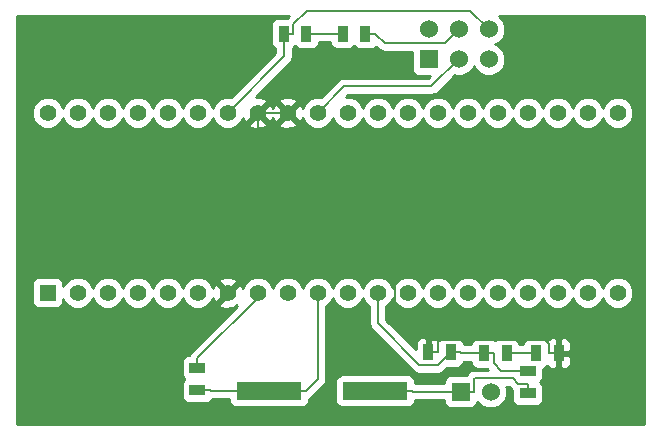
<source format=gtl>
G04 (created by PCBNEW-RS274X (2012-01-18 BZR 3371)-testing) date Fri 30 Mar 2012 10:13:31 PM EDT*
G01*
G70*
G90*
%MOIN*%
G04 Gerber Fmt 3.4, Leading zero omitted, Abs format*
%FSLAX34Y34*%
G04 APERTURE LIST*
%ADD10C,0.006000*%
%ADD11R,0.035000X0.055000*%
%ADD12R,0.055000X0.035000*%
%ADD13R,0.060000X0.060000*%
%ADD14C,0.060000*%
%ADD15R,0.216500X0.059100*%
%ADD16R,0.055000X0.055000*%
%ADD17C,0.055000*%
%ADD18C,0.008000*%
%ADD19C,0.010000*%
G04 APERTURE END LIST*
G54D10*
G54D11*
X39255Y-35460D03*
X40005Y-35460D03*
G54D12*
X42560Y-36815D03*
X42560Y-36065D03*
X31550Y-36715D03*
X31550Y-35965D03*
G54D11*
X35189Y-24832D03*
X34439Y-24832D03*
X41859Y-35486D03*
X41109Y-35486D03*
X37158Y-24832D03*
X36408Y-24832D03*
X43592Y-35486D03*
X42842Y-35486D03*
G54D13*
X39260Y-25690D03*
G54D14*
X39260Y-24690D03*
X40260Y-25690D03*
X40260Y-24690D03*
X41260Y-25690D03*
X41260Y-24690D03*
G54D13*
X40327Y-36772D03*
G54D14*
X41327Y-36772D03*
G54D15*
X33938Y-36740D03*
X37482Y-36740D03*
G54D16*
X26563Y-33472D03*
G54D17*
X27563Y-33472D03*
X28563Y-33472D03*
X29563Y-33472D03*
X30563Y-33472D03*
X31563Y-33472D03*
X32563Y-33472D03*
X33563Y-33472D03*
X34563Y-33472D03*
X35563Y-33472D03*
X36563Y-33472D03*
X37563Y-33472D03*
X38563Y-33472D03*
X39563Y-33472D03*
X40563Y-33472D03*
X41563Y-33472D03*
X42563Y-33472D03*
X43563Y-33472D03*
X44563Y-33472D03*
X45563Y-33472D03*
X45563Y-27472D03*
X44563Y-27472D03*
X43563Y-27472D03*
X42563Y-27472D03*
X41563Y-27472D03*
X40563Y-27472D03*
X39563Y-27472D03*
X38563Y-27472D03*
X37563Y-27472D03*
X36563Y-27472D03*
X35563Y-27472D03*
X34563Y-27472D03*
X33563Y-27472D03*
X32563Y-27472D03*
X31563Y-27472D03*
X30563Y-27472D03*
X29563Y-27472D03*
X28563Y-27472D03*
X27563Y-27472D03*
X26563Y-27472D03*
G54D18*
X40327Y-36772D02*
X40770Y-36772D01*
X37482Y-36740D02*
X38708Y-36740D01*
X40770Y-36772D02*
X40770Y-36351D01*
X40770Y-36351D02*
X40792Y-36329D01*
X40792Y-36329D02*
X42074Y-36329D01*
X42074Y-36329D02*
X42242Y-36497D01*
X42242Y-36497D02*
X42560Y-36497D01*
X40327Y-36772D02*
X38740Y-36772D01*
X38740Y-36772D02*
X38708Y-36740D01*
X42560Y-36815D02*
X42560Y-36497D01*
X31993Y-36740D02*
X31968Y-36715D01*
X33938Y-36740D02*
X31993Y-36740D01*
X31550Y-36715D02*
X31968Y-36715D01*
X35563Y-36341D02*
X35164Y-36740D01*
X35563Y-33472D02*
X35563Y-36341D01*
X33938Y-36740D02*
X35164Y-36740D01*
X37158Y-24832D02*
X37476Y-24832D01*
X37794Y-25150D02*
X37476Y-24832D01*
X39800Y-25150D02*
X37794Y-25150D01*
X40260Y-24690D02*
X39800Y-25150D01*
X39357Y-26593D02*
X40260Y-25690D01*
X36442Y-26593D02*
X39357Y-26593D01*
X35563Y-27472D02*
X36442Y-26593D01*
X34757Y-24832D02*
X34757Y-24514D01*
X35192Y-24079D02*
X40649Y-24079D01*
X34757Y-24514D02*
X35192Y-24079D01*
X34439Y-25596D02*
X34439Y-24832D01*
X40649Y-24079D02*
X41260Y-24690D01*
X32563Y-27472D02*
X34439Y-25596D01*
X41109Y-35486D02*
X40349Y-35486D01*
X34439Y-24832D02*
X34757Y-24832D01*
X39586Y-35879D02*
X38951Y-35879D01*
X38951Y-35879D02*
X37563Y-34491D01*
X37563Y-34491D02*
X37563Y-33472D01*
X31550Y-35965D02*
X31550Y-35647D01*
X33563Y-33472D02*
X33563Y-33634D01*
X33563Y-33634D02*
X31550Y-35647D01*
X41109Y-35486D02*
X41427Y-35486D01*
X41427Y-35486D02*
X41427Y-35804D01*
X41427Y-35804D02*
X41688Y-36065D01*
X41688Y-36065D02*
X42560Y-36065D01*
X40349Y-35486D02*
X40323Y-35460D01*
X40005Y-35460D02*
X40323Y-35460D01*
X40005Y-35460D02*
X39586Y-35879D01*
X42842Y-35486D02*
X41859Y-35486D01*
X36408Y-24832D02*
X35189Y-24832D01*
X39573Y-35040D02*
X39573Y-35460D01*
X38129Y-33869D02*
X39300Y-35040D01*
X39300Y-35040D02*
X39573Y-35040D01*
X33563Y-32472D02*
X32563Y-33472D01*
X38129Y-33077D02*
X38129Y-33869D01*
X37524Y-32472D02*
X38129Y-33077D01*
X33563Y-32472D02*
X37524Y-32472D01*
X33563Y-27472D02*
X33563Y-32472D01*
X43274Y-35486D02*
X43274Y-35168D01*
X43274Y-35168D02*
X43146Y-35040D01*
X43146Y-35040D02*
X39573Y-35040D01*
X33563Y-27472D02*
X34563Y-27472D01*
X39255Y-35460D02*
X39573Y-35460D01*
X43592Y-35486D02*
X43274Y-35486D01*
G54D10*
G36*
X39331Y-24690D02*
X39260Y-24761D01*
X39189Y-24690D01*
X39260Y-24619D01*
X39331Y-24690D01*
X39331Y-24690D01*
G37*
G54D19*
X39331Y-24690D02*
X39260Y-24761D01*
X39189Y-24690D01*
X39260Y-24619D01*
X39331Y-24690D01*
G54D10*
G36*
X46450Y-37850D02*
X46088Y-37850D01*
X46088Y-33577D01*
X46088Y-33368D01*
X46008Y-33175D01*
X45861Y-33027D01*
X45668Y-32947D01*
X45459Y-32947D01*
X45266Y-33027D01*
X45118Y-33174D01*
X45062Y-33307D01*
X45008Y-33175D01*
X44861Y-33027D01*
X44668Y-32947D01*
X44459Y-32947D01*
X44266Y-33027D01*
X44118Y-33174D01*
X44062Y-33307D01*
X44008Y-33175D01*
X43861Y-33027D01*
X43668Y-32947D01*
X43459Y-32947D01*
X43266Y-33027D01*
X43118Y-33174D01*
X43062Y-33307D01*
X43008Y-33175D01*
X42861Y-33027D01*
X42668Y-32947D01*
X42459Y-32947D01*
X42266Y-33027D01*
X42118Y-33174D01*
X42062Y-33307D01*
X42008Y-33175D01*
X41861Y-33027D01*
X41668Y-32947D01*
X41459Y-32947D01*
X41266Y-33027D01*
X41118Y-33174D01*
X41062Y-33307D01*
X41008Y-33175D01*
X40861Y-33027D01*
X40668Y-32947D01*
X40459Y-32947D01*
X40266Y-33027D01*
X40118Y-33174D01*
X40062Y-33307D01*
X40008Y-33175D01*
X39861Y-33027D01*
X39668Y-32947D01*
X39459Y-32947D01*
X39266Y-33027D01*
X39118Y-33174D01*
X39062Y-33307D01*
X39008Y-33175D01*
X38861Y-33027D01*
X38668Y-32947D01*
X38459Y-32947D01*
X38266Y-33027D01*
X38118Y-33174D01*
X38062Y-33307D01*
X38008Y-33175D01*
X37861Y-33027D01*
X37668Y-32947D01*
X37459Y-32947D01*
X37266Y-33027D01*
X37118Y-33174D01*
X37062Y-33307D01*
X37008Y-33175D01*
X36861Y-33027D01*
X36668Y-32947D01*
X36459Y-32947D01*
X36266Y-33027D01*
X36118Y-33174D01*
X36062Y-33307D01*
X36008Y-33175D01*
X35861Y-33027D01*
X35668Y-32947D01*
X35459Y-32947D01*
X35266Y-33027D01*
X35118Y-33174D01*
X35062Y-33307D01*
X35008Y-33175D01*
X34861Y-33027D01*
X34860Y-33026D01*
X34860Y-27840D01*
X34563Y-27543D01*
X34492Y-27614D01*
X34492Y-27472D01*
X34195Y-27175D01*
X34103Y-27200D01*
X34065Y-27303D01*
X34023Y-27200D01*
X33931Y-27175D01*
X33634Y-27472D01*
X33931Y-27769D01*
X34023Y-27744D01*
X34060Y-27640D01*
X34103Y-27744D01*
X34195Y-27769D01*
X34492Y-27472D01*
X34492Y-27614D01*
X34266Y-27840D01*
X34291Y-27932D01*
X34487Y-28002D01*
X34695Y-27990D01*
X34835Y-27932D01*
X34860Y-27840D01*
X34860Y-33026D01*
X34668Y-32947D01*
X34459Y-32947D01*
X34266Y-33027D01*
X34118Y-33174D01*
X34062Y-33307D01*
X34008Y-33175D01*
X33861Y-33027D01*
X33860Y-33026D01*
X33860Y-27840D01*
X33563Y-27543D01*
X33266Y-27840D01*
X33291Y-27932D01*
X33487Y-28002D01*
X33695Y-27990D01*
X33835Y-27932D01*
X33860Y-27840D01*
X33860Y-33026D01*
X33668Y-32947D01*
X33459Y-32947D01*
X33266Y-33027D01*
X33118Y-33174D01*
X33065Y-33301D01*
X33023Y-33200D01*
X32931Y-33175D01*
X32860Y-33246D01*
X32860Y-33104D01*
X32835Y-33012D01*
X32639Y-32942D01*
X32431Y-32954D01*
X32291Y-33012D01*
X32266Y-33104D01*
X32563Y-33401D01*
X32860Y-33104D01*
X32860Y-33246D01*
X32669Y-33437D01*
X32634Y-33472D01*
X32563Y-33543D01*
X32528Y-33578D01*
X32492Y-33614D01*
X32492Y-33472D01*
X32195Y-33175D01*
X32103Y-33200D01*
X32063Y-33309D01*
X32008Y-33175D01*
X31861Y-33027D01*
X31668Y-32947D01*
X31459Y-32947D01*
X31266Y-33027D01*
X31118Y-33174D01*
X31062Y-33307D01*
X31008Y-33175D01*
X30861Y-33027D01*
X30668Y-32947D01*
X30459Y-32947D01*
X30266Y-33027D01*
X30118Y-33174D01*
X30062Y-33307D01*
X30008Y-33175D01*
X29861Y-33027D01*
X29668Y-32947D01*
X29459Y-32947D01*
X29266Y-33027D01*
X29118Y-33174D01*
X29062Y-33307D01*
X29008Y-33175D01*
X28861Y-33027D01*
X28668Y-32947D01*
X28459Y-32947D01*
X28266Y-33027D01*
X28118Y-33174D01*
X28062Y-33307D01*
X28008Y-33175D01*
X27861Y-33027D01*
X27668Y-32947D01*
X27459Y-32947D01*
X27266Y-33027D01*
X27118Y-33174D01*
X27087Y-33248D01*
X27087Y-33148D01*
X27049Y-33056D01*
X26979Y-32986D01*
X26888Y-32948D01*
X26789Y-32948D01*
X26239Y-32948D01*
X26147Y-32986D01*
X26077Y-33056D01*
X26039Y-33147D01*
X26039Y-33246D01*
X26039Y-33796D01*
X26077Y-33888D01*
X26147Y-33958D01*
X26238Y-33996D01*
X26337Y-33996D01*
X26887Y-33996D01*
X26979Y-33958D01*
X27049Y-33888D01*
X27087Y-33797D01*
X27087Y-33698D01*
X27087Y-33694D01*
X27118Y-33769D01*
X27265Y-33917D01*
X27458Y-33997D01*
X27667Y-33997D01*
X27860Y-33917D01*
X28008Y-33770D01*
X28063Y-33636D01*
X28118Y-33769D01*
X28265Y-33917D01*
X28458Y-33997D01*
X28667Y-33997D01*
X28860Y-33917D01*
X29008Y-33770D01*
X29063Y-33636D01*
X29118Y-33769D01*
X29265Y-33917D01*
X29458Y-33997D01*
X29667Y-33997D01*
X29860Y-33917D01*
X30008Y-33770D01*
X30063Y-33636D01*
X30118Y-33769D01*
X30265Y-33917D01*
X30458Y-33997D01*
X30667Y-33997D01*
X30860Y-33917D01*
X31008Y-33770D01*
X31063Y-33636D01*
X31118Y-33769D01*
X31265Y-33917D01*
X31458Y-33997D01*
X31667Y-33997D01*
X31860Y-33917D01*
X32008Y-33770D01*
X32060Y-33642D01*
X32103Y-33744D01*
X32195Y-33769D01*
X32492Y-33472D01*
X32492Y-33614D01*
X32266Y-33840D01*
X32291Y-33932D01*
X32487Y-34002D01*
X32695Y-33990D01*
X32835Y-33932D01*
X32845Y-33895D01*
X32860Y-33910D01*
X32868Y-33918D01*
X32860Y-33926D01*
X31345Y-35442D01*
X31282Y-35536D01*
X31281Y-35541D01*
X31226Y-35541D01*
X31134Y-35579D01*
X31064Y-35649D01*
X31026Y-35740D01*
X31026Y-35839D01*
X31026Y-36189D01*
X31064Y-36281D01*
X31123Y-36340D01*
X31064Y-36399D01*
X31026Y-36490D01*
X31026Y-36589D01*
X31026Y-36939D01*
X31064Y-37031D01*
X31134Y-37101D01*
X31225Y-37139D01*
X31324Y-37139D01*
X31874Y-37139D01*
X31966Y-37101D01*
X32036Y-37031D01*
X32036Y-37030D01*
X32607Y-37030D01*
X32607Y-37084D01*
X32645Y-37176D01*
X32715Y-37246D01*
X32806Y-37284D01*
X32905Y-37284D01*
X35069Y-37284D01*
X35161Y-37246D01*
X35231Y-37176D01*
X35269Y-37085D01*
X35269Y-37009D01*
X35275Y-37008D01*
X35369Y-36945D01*
X35768Y-36546D01*
X35831Y-36452D01*
X35853Y-36341D01*
X35853Y-33919D01*
X35860Y-33917D01*
X36008Y-33770D01*
X36063Y-33636D01*
X36118Y-33769D01*
X36265Y-33917D01*
X36458Y-33997D01*
X36667Y-33997D01*
X36860Y-33917D01*
X37008Y-33770D01*
X37063Y-33636D01*
X37118Y-33769D01*
X37265Y-33917D01*
X37273Y-33920D01*
X37273Y-34491D01*
X37295Y-34602D01*
X37358Y-34696D01*
X38745Y-36083D01*
X38746Y-36084D01*
X38839Y-36146D01*
X38840Y-36147D01*
X38950Y-36168D01*
X38951Y-36169D01*
X39586Y-36169D01*
X39697Y-36147D01*
X39791Y-36084D01*
X39891Y-35984D01*
X40229Y-35984D01*
X40321Y-35946D01*
X40391Y-35876D01*
X40429Y-35785D01*
X40429Y-35776D01*
X40685Y-35776D01*
X40685Y-35810D01*
X40723Y-35902D01*
X40793Y-35972D01*
X40884Y-36010D01*
X40983Y-36010D01*
X41223Y-36010D01*
X41252Y-36039D01*
X40792Y-36039D01*
X40681Y-36061D01*
X40587Y-36124D01*
X40565Y-36146D01*
X40513Y-36223D01*
X39978Y-36223D01*
X39886Y-36261D01*
X39816Y-36331D01*
X39778Y-36422D01*
X39778Y-36482D01*
X38833Y-36482D01*
X38819Y-36472D01*
X38813Y-36470D01*
X38813Y-36396D01*
X38775Y-36304D01*
X38705Y-36234D01*
X38614Y-36196D01*
X38515Y-36196D01*
X36351Y-36196D01*
X36259Y-36234D01*
X36189Y-36304D01*
X36151Y-36395D01*
X36151Y-36494D01*
X36151Y-37084D01*
X36189Y-37176D01*
X36259Y-37246D01*
X36350Y-37284D01*
X36449Y-37284D01*
X38613Y-37284D01*
X38705Y-37246D01*
X38775Y-37176D01*
X38813Y-37085D01*
X38813Y-37062D01*
X39778Y-37062D01*
X39778Y-37121D01*
X39816Y-37213D01*
X39886Y-37283D01*
X39977Y-37321D01*
X40076Y-37321D01*
X40676Y-37321D01*
X40768Y-37283D01*
X40838Y-37213D01*
X40876Y-37122D01*
X40876Y-37097D01*
X41016Y-37237D01*
X41218Y-37321D01*
X41436Y-37321D01*
X41638Y-37237D01*
X41792Y-37083D01*
X41876Y-36881D01*
X41876Y-36663D01*
X41857Y-36619D01*
X41954Y-36619D01*
X42036Y-36701D01*
X42036Y-37039D01*
X42074Y-37131D01*
X42144Y-37201D01*
X42235Y-37239D01*
X42334Y-37239D01*
X42884Y-37239D01*
X42976Y-37201D01*
X43046Y-37131D01*
X43084Y-37040D01*
X43084Y-36941D01*
X43084Y-36591D01*
X43046Y-36499D01*
X42987Y-36440D01*
X43046Y-36381D01*
X43084Y-36290D01*
X43084Y-36191D01*
X43084Y-36002D01*
X43158Y-35972D01*
X43217Y-35913D01*
X43276Y-35972D01*
X43368Y-36010D01*
X43480Y-36011D01*
X43542Y-35949D01*
X43542Y-35586D01*
X43542Y-35536D01*
X43542Y-35436D01*
X43542Y-35386D01*
X43542Y-35023D01*
X43480Y-34961D01*
X43368Y-34962D01*
X43276Y-35000D01*
X43217Y-35059D01*
X43158Y-35000D01*
X43067Y-34962D01*
X42968Y-34962D01*
X42618Y-34962D01*
X42526Y-35000D01*
X42456Y-35070D01*
X42418Y-35161D01*
X42418Y-35196D01*
X42283Y-35196D01*
X42283Y-35162D01*
X42245Y-35070D01*
X42175Y-35000D01*
X42084Y-34962D01*
X41985Y-34962D01*
X41635Y-34962D01*
X41543Y-35000D01*
X41484Y-35059D01*
X41425Y-35000D01*
X41334Y-34962D01*
X41235Y-34962D01*
X40885Y-34962D01*
X40793Y-35000D01*
X40723Y-35070D01*
X40685Y-35161D01*
X40685Y-35196D01*
X40439Y-35196D01*
X40434Y-35192D01*
X40429Y-35191D01*
X40429Y-35136D01*
X40391Y-35044D01*
X40321Y-34974D01*
X40230Y-34936D01*
X40131Y-34936D01*
X39781Y-34936D01*
X39689Y-34974D01*
X39630Y-35033D01*
X39571Y-34974D01*
X39479Y-34936D01*
X39367Y-34935D01*
X39305Y-34997D01*
X39305Y-35360D01*
X39305Y-35410D01*
X39305Y-35510D01*
X39205Y-35510D01*
X39205Y-35410D01*
X39205Y-35360D01*
X39205Y-34997D01*
X39143Y-34935D01*
X39031Y-34936D01*
X38939Y-34974D01*
X38869Y-35044D01*
X38831Y-35135D01*
X38831Y-35234D01*
X38830Y-35348D01*
X37853Y-34371D01*
X37853Y-33919D01*
X37860Y-33917D01*
X38008Y-33770D01*
X38063Y-33636D01*
X38118Y-33769D01*
X38265Y-33917D01*
X38458Y-33997D01*
X38667Y-33997D01*
X38860Y-33917D01*
X39008Y-33770D01*
X39063Y-33636D01*
X39118Y-33769D01*
X39265Y-33917D01*
X39458Y-33997D01*
X39667Y-33997D01*
X39860Y-33917D01*
X40008Y-33770D01*
X40063Y-33636D01*
X40118Y-33769D01*
X40265Y-33917D01*
X40458Y-33997D01*
X40667Y-33997D01*
X40860Y-33917D01*
X41008Y-33770D01*
X41063Y-33636D01*
X41118Y-33769D01*
X41265Y-33917D01*
X41458Y-33997D01*
X41667Y-33997D01*
X41860Y-33917D01*
X42008Y-33770D01*
X42063Y-33636D01*
X42118Y-33769D01*
X42265Y-33917D01*
X42458Y-33997D01*
X42667Y-33997D01*
X42860Y-33917D01*
X43008Y-33770D01*
X43063Y-33636D01*
X43118Y-33769D01*
X43265Y-33917D01*
X43458Y-33997D01*
X43667Y-33997D01*
X43860Y-33917D01*
X44008Y-33770D01*
X44063Y-33636D01*
X44118Y-33769D01*
X44265Y-33917D01*
X44458Y-33997D01*
X44667Y-33997D01*
X44860Y-33917D01*
X45008Y-33770D01*
X45063Y-33636D01*
X45118Y-33769D01*
X45265Y-33917D01*
X45458Y-33997D01*
X45667Y-33997D01*
X45860Y-33917D01*
X46008Y-33770D01*
X46088Y-33577D01*
X46088Y-37850D01*
X44017Y-37850D01*
X44017Y-35598D01*
X44017Y-35374D01*
X44016Y-35260D01*
X44016Y-35161D01*
X43978Y-35070D01*
X43908Y-35000D01*
X43816Y-34962D01*
X43704Y-34961D01*
X43642Y-35023D01*
X43642Y-35436D01*
X43955Y-35436D01*
X44017Y-35374D01*
X44017Y-35598D01*
X43955Y-35536D01*
X43642Y-35536D01*
X43642Y-35949D01*
X43704Y-36011D01*
X43816Y-36010D01*
X43908Y-35972D01*
X43978Y-35902D01*
X44016Y-35811D01*
X44016Y-35712D01*
X44017Y-35598D01*
X44017Y-37850D01*
X25550Y-37850D01*
X25550Y-24250D01*
X34611Y-24250D01*
X34553Y-24308D01*
X34215Y-24308D01*
X34123Y-24346D01*
X34053Y-24416D01*
X34015Y-24507D01*
X34015Y-24606D01*
X34015Y-25156D01*
X34053Y-25248D01*
X34123Y-25318D01*
X34149Y-25328D01*
X34149Y-25476D01*
X32675Y-26949D01*
X32668Y-26947D01*
X32459Y-26947D01*
X32266Y-27027D01*
X32118Y-27174D01*
X32062Y-27307D01*
X32008Y-27175D01*
X31861Y-27027D01*
X31668Y-26947D01*
X31459Y-26947D01*
X31266Y-27027D01*
X31118Y-27174D01*
X31062Y-27307D01*
X31008Y-27175D01*
X30861Y-27027D01*
X30668Y-26947D01*
X30459Y-26947D01*
X30266Y-27027D01*
X30118Y-27174D01*
X30062Y-27307D01*
X30008Y-27175D01*
X29861Y-27027D01*
X29668Y-26947D01*
X29459Y-26947D01*
X29266Y-27027D01*
X29118Y-27174D01*
X29062Y-27307D01*
X29008Y-27175D01*
X28861Y-27027D01*
X28668Y-26947D01*
X28459Y-26947D01*
X28266Y-27027D01*
X28118Y-27174D01*
X28062Y-27307D01*
X28008Y-27175D01*
X27861Y-27027D01*
X27668Y-26947D01*
X27459Y-26947D01*
X27266Y-27027D01*
X27118Y-27174D01*
X27062Y-27307D01*
X27008Y-27175D01*
X26861Y-27027D01*
X26668Y-26947D01*
X26459Y-26947D01*
X26266Y-27027D01*
X26118Y-27174D01*
X26038Y-27367D01*
X26038Y-27576D01*
X26118Y-27769D01*
X26265Y-27917D01*
X26458Y-27997D01*
X26667Y-27997D01*
X26860Y-27917D01*
X27008Y-27770D01*
X27063Y-27636D01*
X27118Y-27769D01*
X27265Y-27917D01*
X27458Y-27997D01*
X27667Y-27997D01*
X27860Y-27917D01*
X28008Y-27770D01*
X28063Y-27636D01*
X28118Y-27769D01*
X28265Y-27917D01*
X28458Y-27997D01*
X28667Y-27997D01*
X28860Y-27917D01*
X29008Y-27770D01*
X29063Y-27636D01*
X29118Y-27769D01*
X29265Y-27917D01*
X29458Y-27997D01*
X29667Y-27997D01*
X29860Y-27917D01*
X30008Y-27770D01*
X30063Y-27636D01*
X30118Y-27769D01*
X30265Y-27917D01*
X30458Y-27997D01*
X30667Y-27997D01*
X30860Y-27917D01*
X31008Y-27770D01*
X31063Y-27636D01*
X31118Y-27769D01*
X31265Y-27917D01*
X31458Y-27997D01*
X31667Y-27997D01*
X31860Y-27917D01*
X32008Y-27770D01*
X32063Y-27636D01*
X32118Y-27769D01*
X32265Y-27917D01*
X32458Y-27997D01*
X32667Y-27997D01*
X32860Y-27917D01*
X33008Y-27770D01*
X33060Y-27642D01*
X33103Y-27744D01*
X33195Y-27769D01*
X33457Y-27507D01*
X33492Y-27472D01*
X33563Y-27401D01*
X33598Y-27366D01*
X33860Y-27104D01*
X33835Y-27012D01*
X33639Y-26942D01*
X33494Y-26950D01*
X34644Y-25801D01*
X34707Y-25707D01*
X34729Y-25596D01*
X34729Y-25328D01*
X34755Y-25318D01*
X34814Y-25259D01*
X34873Y-25318D01*
X34964Y-25356D01*
X35063Y-25356D01*
X35413Y-25356D01*
X35505Y-25318D01*
X35575Y-25248D01*
X35613Y-25157D01*
X35613Y-25122D01*
X35984Y-25122D01*
X35984Y-25156D01*
X36022Y-25248D01*
X36092Y-25318D01*
X36183Y-25356D01*
X36282Y-25356D01*
X36632Y-25356D01*
X36724Y-25318D01*
X36783Y-25259D01*
X36842Y-25318D01*
X36933Y-25356D01*
X37032Y-25356D01*
X37382Y-25356D01*
X37474Y-25318D01*
X37512Y-25279D01*
X37588Y-25355D01*
X37589Y-25355D01*
X37651Y-25396D01*
X37682Y-25417D01*
X37683Y-25418D01*
X37793Y-25439D01*
X37794Y-25440D01*
X38711Y-25440D01*
X38711Y-26039D01*
X38749Y-26131D01*
X38819Y-26201D01*
X38910Y-26239D01*
X39009Y-26239D01*
X39301Y-26239D01*
X39237Y-26303D01*
X36442Y-26303D01*
X36331Y-26325D01*
X36237Y-26388D01*
X35675Y-26949D01*
X35668Y-26947D01*
X35459Y-26947D01*
X35266Y-27027D01*
X35118Y-27174D01*
X35065Y-27301D01*
X35023Y-27200D01*
X34931Y-27175D01*
X34860Y-27246D01*
X34860Y-27104D01*
X34835Y-27012D01*
X34639Y-26942D01*
X34431Y-26954D01*
X34291Y-27012D01*
X34266Y-27104D01*
X34563Y-27401D01*
X34860Y-27104D01*
X34860Y-27246D01*
X34634Y-27472D01*
X34931Y-27769D01*
X35023Y-27744D01*
X35062Y-27634D01*
X35118Y-27769D01*
X35265Y-27917D01*
X35458Y-27997D01*
X35667Y-27997D01*
X35860Y-27917D01*
X36008Y-27770D01*
X36063Y-27636D01*
X36118Y-27769D01*
X36265Y-27917D01*
X36458Y-27997D01*
X36667Y-27997D01*
X36860Y-27917D01*
X37008Y-27770D01*
X37063Y-27636D01*
X37118Y-27769D01*
X37265Y-27917D01*
X37458Y-27997D01*
X37667Y-27997D01*
X37860Y-27917D01*
X38008Y-27770D01*
X38063Y-27636D01*
X38118Y-27769D01*
X38265Y-27917D01*
X38458Y-27997D01*
X38667Y-27997D01*
X38860Y-27917D01*
X39008Y-27770D01*
X39063Y-27636D01*
X39118Y-27769D01*
X39265Y-27917D01*
X39458Y-27997D01*
X39667Y-27997D01*
X39860Y-27917D01*
X40008Y-27770D01*
X40063Y-27636D01*
X40118Y-27769D01*
X40265Y-27917D01*
X40458Y-27997D01*
X40667Y-27997D01*
X40860Y-27917D01*
X41008Y-27770D01*
X41063Y-27636D01*
X41118Y-27769D01*
X41265Y-27917D01*
X41458Y-27997D01*
X41667Y-27997D01*
X41860Y-27917D01*
X42008Y-27770D01*
X42063Y-27636D01*
X42118Y-27769D01*
X42265Y-27917D01*
X42458Y-27997D01*
X42667Y-27997D01*
X42860Y-27917D01*
X43008Y-27770D01*
X43063Y-27636D01*
X43118Y-27769D01*
X43265Y-27917D01*
X43458Y-27997D01*
X43667Y-27997D01*
X43860Y-27917D01*
X44008Y-27770D01*
X44063Y-27636D01*
X44118Y-27769D01*
X44265Y-27917D01*
X44458Y-27997D01*
X44667Y-27997D01*
X44860Y-27917D01*
X45008Y-27770D01*
X45063Y-27636D01*
X45118Y-27769D01*
X45265Y-27917D01*
X45458Y-27997D01*
X45667Y-27997D01*
X45860Y-27917D01*
X46008Y-27770D01*
X46088Y-27577D01*
X46088Y-27368D01*
X46008Y-27175D01*
X45861Y-27027D01*
X45668Y-26947D01*
X45459Y-26947D01*
X45266Y-27027D01*
X45118Y-27174D01*
X45062Y-27307D01*
X45008Y-27175D01*
X44861Y-27027D01*
X44668Y-26947D01*
X44459Y-26947D01*
X44266Y-27027D01*
X44118Y-27174D01*
X44062Y-27307D01*
X44008Y-27175D01*
X43861Y-27027D01*
X43668Y-26947D01*
X43459Y-26947D01*
X43266Y-27027D01*
X43118Y-27174D01*
X43062Y-27307D01*
X43008Y-27175D01*
X42861Y-27027D01*
X42668Y-26947D01*
X42459Y-26947D01*
X42266Y-27027D01*
X42118Y-27174D01*
X42062Y-27307D01*
X42008Y-27175D01*
X41861Y-27027D01*
X41668Y-26947D01*
X41459Y-26947D01*
X41266Y-27027D01*
X41118Y-27174D01*
X41062Y-27307D01*
X41008Y-27175D01*
X40861Y-27027D01*
X40668Y-26947D01*
X40459Y-26947D01*
X40266Y-27027D01*
X40118Y-27174D01*
X40062Y-27307D01*
X40008Y-27175D01*
X39861Y-27027D01*
X39668Y-26947D01*
X39459Y-26947D01*
X39266Y-27027D01*
X39118Y-27174D01*
X39062Y-27307D01*
X39008Y-27175D01*
X38861Y-27027D01*
X38668Y-26947D01*
X38459Y-26947D01*
X38266Y-27027D01*
X38118Y-27174D01*
X38062Y-27307D01*
X38008Y-27175D01*
X37861Y-27027D01*
X37668Y-26947D01*
X37459Y-26947D01*
X37266Y-27027D01*
X37118Y-27174D01*
X37062Y-27307D01*
X37008Y-27175D01*
X36861Y-27027D01*
X36668Y-26947D01*
X36498Y-26947D01*
X36562Y-26883D01*
X39357Y-26883D01*
X39468Y-26861D01*
X39562Y-26798D01*
X40129Y-26230D01*
X40151Y-26239D01*
X40369Y-26239D01*
X40571Y-26155D01*
X40725Y-26001D01*
X40760Y-25916D01*
X40795Y-26001D01*
X40949Y-26155D01*
X41151Y-26239D01*
X41369Y-26239D01*
X41571Y-26155D01*
X41725Y-26001D01*
X41809Y-25799D01*
X41809Y-25581D01*
X41725Y-25379D01*
X41571Y-25225D01*
X41486Y-25190D01*
X41571Y-25155D01*
X41725Y-25001D01*
X41809Y-24799D01*
X41809Y-24581D01*
X41725Y-24379D01*
X41596Y-24250D01*
X46450Y-24250D01*
X46450Y-37850D01*
X46450Y-37850D01*
G37*
G54D19*
X46450Y-37850D02*
X46088Y-37850D01*
X46088Y-33577D01*
X46088Y-33368D01*
X46008Y-33175D01*
X45861Y-33027D01*
X45668Y-32947D01*
X45459Y-32947D01*
X45266Y-33027D01*
X45118Y-33174D01*
X45062Y-33307D01*
X45008Y-33175D01*
X44861Y-33027D01*
X44668Y-32947D01*
X44459Y-32947D01*
X44266Y-33027D01*
X44118Y-33174D01*
X44062Y-33307D01*
X44008Y-33175D01*
X43861Y-33027D01*
X43668Y-32947D01*
X43459Y-32947D01*
X43266Y-33027D01*
X43118Y-33174D01*
X43062Y-33307D01*
X43008Y-33175D01*
X42861Y-33027D01*
X42668Y-32947D01*
X42459Y-32947D01*
X42266Y-33027D01*
X42118Y-33174D01*
X42062Y-33307D01*
X42008Y-33175D01*
X41861Y-33027D01*
X41668Y-32947D01*
X41459Y-32947D01*
X41266Y-33027D01*
X41118Y-33174D01*
X41062Y-33307D01*
X41008Y-33175D01*
X40861Y-33027D01*
X40668Y-32947D01*
X40459Y-32947D01*
X40266Y-33027D01*
X40118Y-33174D01*
X40062Y-33307D01*
X40008Y-33175D01*
X39861Y-33027D01*
X39668Y-32947D01*
X39459Y-32947D01*
X39266Y-33027D01*
X39118Y-33174D01*
X39062Y-33307D01*
X39008Y-33175D01*
X38861Y-33027D01*
X38668Y-32947D01*
X38459Y-32947D01*
X38266Y-33027D01*
X38118Y-33174D01*
X38062Y-33307D01*
X38008Y-33175D01*
X37861Y-33027D01*
X37668Y-32947D01*
X37459Y-32947D01*
X37266Y-33027D01*
X37118Y-33174D01*
X37062Y-33307D01*
X37008Y-33175D01*
X36861Y-33027D01*
X36668Y-32947D01*
X36459Y-32947D01*
X36266Y-33027D01*
X36118Y-33174D01*
X36062Y-33307D01*
X36008Y-33175D01*
X35861Y-33027D01*
X35668Y-32947D01*
X35459Y-32947D01*
X35266Y-33027D01*
X35118Y-33174D01*
X35062Y-33307D01*
X35008Y-33175D01*
X34861Y-33027D01*
X34860Y-33026D01*
X34860Y-27840D01*
X34563Y-27543D01*
X34492Y-27614D01*
X34492Y-27472D01*
X34195Y-27175D01*
X34103Y-27200D01*
X34065Y-27303D01*
X34023Y-27200D01*
X33931Y-27175D01*
X33634Y-27472D01*
X33931Y-27769D01*
X34023Y-27744D01*
X34060Y-27640D01*
X34103Y-27744D01*
X34195Y-27769D01*
X34492Y-27472D01*
X34492Y-27614D01*
X34266Y-27840D01*
X34291Y-27932D01*
X34487Y-28002D01*
X34695Y-27990D01*
X34835Y-27932D01*
X34860Y-27840D01*
X34860Y-33026D01*
X34668Y-32947D01*
X34459Y-32947D01*
X34266Y-33027D01*
X34118Y-33174D01*
X34062Y-33307D01*
X34008Y-33175D01*
X33861Y-33027D01*
X33860Y-33026D01*
X33860Y-27840D01*
X33563Y-27543D01*
X33266Y-27840D01*
X33291Y-27932D01*
X33487Y-28002D01*
X33695Y-27990D01*
X33835Y-27932D01*
X33860Y-27840D01*
X33860Y-33026D01*
X33668Y-32947D01*
X33459Y-32947D01*
X33266Y-33027D01*
X33118Y-33174D01*
X33065Y-33301D01*
X33023Y-33200D01*
X32931Y-33175D01*
X32860Y-33246D01*
X32860Y-33104D01*
X32835Y-33012D01*
X32639Y-32942D01*
X32431Y-32954D01*
X32291Y-33012D01*
X32266Y-33104D01*
X32563Y-33401D01*
X32860Y-33104D01*
X32860Y-33246D01*
X32669Y-33437D01*
X32634Y-33472D01*
X32563Y-33543D01*
X32528Y-33578D01*
X32492Y-33614D01*
X32492Y-33472D01*
X32195Y-33175D01*
X32103Y-33200D01*
X32063Y-33309D01*
X32008Y-33175D01*
X31861Y-33027D01*
X31668Y-32947D01*
X31459Y-32947D01*
X31266Y-33027D01*
X31118Y-33174D01*
X31062Y-33307D01*
X31008Y-33175D01*
X30861Y-33027D01*
X30668Y-32947D01*
X30459Y-32947D01*
X30266Y-33027D01*
X30118Y-33174D01*
X30062Y-33307D01*
X30008Y-33175D01*
X29861Y-33027D01*
X29668Y-32947D01*
X29459Y-32947D01*
X29266Y-33027D01*
X29118Y-33174D01*
X29062Y-33307D01*
X29008Y-33175D01*
X28861Y-33027D01*
X28668Y-32947D01*
X28459Y-32947D01*
X28266Y-33027D01*
X28118Y-33174D01*
X28062Y-33307D01*
X28008Y-33175D01*
X27861Y-33027D01*
X27668Y-32947D01*
X27459Y-32947D01*
X27266Y-33027D01*
X27118Y-33174D01*
X27087Y-33248D01*
X27087Y-33148D01*
X27049Y-33056D01*
X26979Y-32986D01*
X26888Y-32948D01*
X26789Y-32948D01*
X26239Y-32948D01*
X26147Y-32986D01*
X26077Y-33056D01*
X26039Y-33147D01*
X26039Y-33246D01*
X26039Y-33796D01*
X26077Y-33888D01*
X26147Y-33958D01*
X26238Y-33996D01*
X26337Y-33996D01*
X26887Y-33996D01*
X26979Y-33958D01*
X27049Y-33888D01*
X27087Y-33797D01*
X27087Y-33698D01*
X27087Y-33694D01*
X27118Y-33769D01*
X27265Y-33917D01*
X27458Y-33997D01*
X27667Y-33997D01*
X27860Y-33917D01*
X28008Y-33770D01*
X28063Y-33636D01*
X28118Y-33769D01*
X28265Y-33917D01*
X28458Y-33997D01*
X28667Y-33997D01*
X28860Y-33917D01*
X29008Y-33770D01*
X29063Y-33636D01*
X29118Y-33769D01*
X29265Y-33917D01*
X29458Y-33997D01*
X29667Y-33997D01*
X29860Y-33917D01*
X30008Y-33770D01*
X30063Y-33636D01*
X30118Y-33769D01*
X30265Y-33917D01*
X30458Y-33997D01*
X30667Y-33997D01*
X30860Y-33917D01*
X31008Y-33770D01*
X31063Y-33636D01*
X31118Y-33769D01*
X31265Y-33917D01*
X31458Y-33997D01*
X31667Y-33997D01*
X31860Y-33917D01*
X32008Y-33770D01*
X32060Y-33642D01*
X32103Y-33744D01*
X32195Y-33769D01*
X32492Y-33472D01*
X32492Y-33614D01*
X32266Y-33840D01*
X32291Y-33932D01*
X32487Y-34002D01*
X32695Y-33990D01*
X32835Y-33932D01*
X32845Y-33895D01*
X32860Y-33910D01*
X32868Y-33918D01*
X32860Y-33926D01*
X31345Y-35442D01*
X31282Y-35536D01*
X31281Y-35541D01*
X31226Y-35541D01*
X31134Y-35579D01*
X31064Y-35649D01*
X31026Y-35740D01*
X31026Y-35839D01*
X31026Y-36189D01*
X31064Y-36281D01*
X31123Y-36340D01*
X31064Y-36399D01*
X31026Y-36490D01*
X31026Y-36589D01*
X31026Y-36939D01*
X31064Y-37031D01*
X31134Y-37101D01*
X31225Y-37139D01*
X31324Y-37139D01*
X31874Y-37139D01*
X31966Y-37101D01*
X32036Y-37031D01*
X32036Y-37030D01*
X32607Y-37030D01*
X32607Y-37084D01*
X32645Y-37176D01*
X32715Y-37246D01*
X32806Y-37284D01*
X32905Y-37284D01*
X35069Y-37284D01*
X35161Y-37246D01*
X35231Y-37176D01*
X35269Y-37085D01*
X35269Y-37009D01*
X35275Y-37008D01*
X35369Y-36945D01*
X35768Y-36546D01*
X35831Y-36452D01*
X35853Y-36341D01*
X35853Y-33919D01*
X35860Y-33917D01*
X36008Y-33770D01*
X36063Y-33636D01*
X36118Y-33769D01*
X36265Y-33917D01*
X36458Y-33997D01*
X36667Y-33997D01*
X36860Y-33917D01*
X37008Y-33770D01*
X37063Y-33636D01*
X37118Y-33769D01*
X37265Y-33917D01*
X37273Y-33920D01*
X37273Y-34491D01*
X37295Y-34602D01*
X37358Y-34696D01*
X38745Y-36083D01*
X38746Y-36084D01*
X38839Y-36146D01*
X38840Y-36147D01*
X38950Y-36168D01*
X38951Y-36169D01*
X39586Y-36169D01*
X39697Y-36147D01*
X39791Y-36084D01*
X39891Y-35984D01*
X40229Y-35984D01*
X40321Y-35946D01*
X40391Y-35876D01*
X40429Y-35785D01*
X40429Y-35776D01*
X40685Y-35776D01*
X40685Y-35810D01*
X40723Y-35902D01*
X40793Y-35972D01*
X40884Y-36010D01*
X40983Y-36010D01*
X41223Y-36010D01*
X41252Y-36039D01*
X40792Y-36039D01*
X40681Y-36061D01*
X40587Y-36124D01*
X40565Y-36146D01*
X40513Y-36223D01*
X39978Y-36223D01*
X39886Y-36261D01*
X39816Y-36331D01*
X39778Y-36422D01*
X39778Y-36482D01*
X38833Y-36482D01*
X38819Y-36472D01*
X38813Y-36470D01*
X38813Y-36396D01*
X38775Y-36304D01*
X38705Y-36234D01*
X38614Y-36196D01*
X38515Y-36196D01*
X36351Y-36196D01*
X36259Y-36234D01*
X36189Y-36304D01*
X36151Y-36395D01*
X36151Y-36494D01*
X36151Y-37084D01*
X36189Y-37176D01*
X36259Y-37246D01*
X36350Y-37284D01*
X36449Y-37284D01*
X38613Y-37284D01*
X38705Y-37246D01*
X38775Y-37176D01*
X38813Y-37085D01*
X38813Y-37062D01*
X39778Y-37062D01*
X39778Y-37121D01*
X39816Y-37213D01*
X39886Y-37283D01*
X39977Y-37321D01*
X40076Y-37321D01*
X40676Y-37321D01*
X40768Y-37283D01*
X40838Y-37213D01*
X40876Y-37122D01*
X40876Y-37097D01*
X41016Y-37237D01*
X41218Y-37321D01*
X41436Y-37321D01*
X41638Y-37237D01*
X41792Y-37083D01*
X41876Y-36881D01*
X41876Y-36663D01*
X41857Y-36619D01*
X41954Y-36619D01*
X42036Y-36701D01*
X42036Y-37039D01*
X42074Y-37131D01*
X42144Y-37201D01*
X42235Y-37239D01*
X42334Y-37239D01*
X42884Y-37239D01*
X42976Y-37201D01*
X43046Y-37131D01*
X43084Y-37040D01*
X43084Y-36941D01*
X43084Y-36591D01*
X43046Y-36499D01*
X42987Y-36440D01*
X43046Y-36381D01*
X43084Y-36290D01*
X43084Y-36191D01*
X43084Y-36002D01*
X43158Y-35972D01*
X43217Y-35913D01*
X43276Y-35972D01*
X43368Y-36010D01*
X43480Y-36011D01*
X43542Y-35949D01*
X43542Y-35586D01*
X43542Y-35536D01*
X43542Y-35436D01*
X43542Y-35386D01*
X43542Y-35023D01*
X43480Y-34961D01*
X43368Y-34962D01*
X43276Y-35000D01*
X43217Y-35059D01*
X43158Y-35000D01*
X43067Y-34962D01*
X42968Y-34962D01*
X42618Y-34962D01*
X42526Y-35000D01*
X42456Y-35070D01*
X42418Y-35161D01*
X42418Y-35196D01*
X42283Y-35196D01*
X42283Y-35162D01*
X42245Y-35070D01*
X42175Y-35000D01*
X42084Y-34962D01*
X41985Y-34962D01*
X41635Y-34962D01*
X41543Y-35000D01*
X41484Y-35059D01*
X41425Y-35000D01*
X41334Y-34962D01*
X41235Y-34962D01*
X40885Y-34962D01*
X40793Y-35000D01*
X40723Y-35070D01*
X40685Y-35161D01*
X40685Y-35196D01*
X40439Y-35196D01*
X40434Y-35192D01*
X40429Y-35191D01*
X40429Y-35136D01*
X40391Y-35044D01*
X40321Y-34974D01*
X40230Y-34936D01*
X40131Y-34936D01*
X39781Y-34936D01*
X39689Y-34974D01*
X39630Y-35033D01*
X39571Y-34974D01*
X39479Y-34936D01*
X39367Y-34935D01*
X39305Y-34997D01*
X39305Y-35360D01*
X39305Y-35410D01*
X39305Y-35510D01*
X39205Y-35510D01*
X39205Y-35410D01*
X39205Y-35360D01*
X39205Y-34997D01*
X39143Y-34935D01*
X39031Y-34936D01*
X38939Y-34974D01*
X38869Y-35044D01*
X38831Y-35135D01*
X38831Y-35234D01*
X38830Y-35348D01*
X37853Y-34371D01*
X37853Y-33919D01*
X37860Y-33917D01*
X38008Y-33770D01*
X38063Y-33636D01*
X38118Y-33769D01*
X38265Y-33917D01*
X38458Y-33997D01*
X38667Y-33997D01*
X38860Y-33917D01*
X39008Y-33770D01*
X39063Y-33636D01*
X39118Y-33769D01*
X39265Y-33917D01*
X39458Y-33997D01*
X39667Y-33997D01*
X39860Y-33917D01*
X40008Y-33770D01*
X40063Y-33636D01*
X40118Y-33769D01*
X40265Y-33917D01*
X40458Y-33997D01*
X40667Y-33997D01*
X40860Y-33917D01*
X41008Y-33770D01*
X41063Y-33636D01*
X41118Y-33769D01*
X41265Y-33917D01*
X41458Y-33997D01*
X41667Y-33997D01*
X41860Y-33917D01*
X42008Y-33770D01*
X42063Y-33636D01*
X42118Y-33769D01*
X42265Y-33917D01*
X42458Y-33997D01*
X42667Y-33997D01*
X42860Y-33917D01*
X43008Y-33770D01*
X43063Y-33636D01*
X43118Y-33769D01*
X43265Y-33917D01*
X43458Y-33997D01*
X43667Y-33997D01*
X43860Y-33917D01*
X44008Y-33770D01*
X44063Y-33636D01*
X44118Y-33769D01*
X44265Y-33917D01*
X44458Y-33997D01*
X44667Y-33997D01*
X44860Y-33917D01*
X45008Y-33770D01*
X45063Y-33636D01*
X45118Y-33769D01*
X45265Y-33917D01*
X45458Y-33997D01*
X45667Y-33997D01*
X45860Y-33917D01*
X46008Y-33770D01*
X46088Y-33577D01*
X46088Y-37850D01*
X44017Y-37850D01*
X44017Y-35598D01*
X44017Y-35374D01*
X44016Y-35260D01*
X44016Y-35161D01*
X43978Y-35070D01*
X43908Y-35000D01*
X43816Y-34962D01*
X43704Y-34961D01*
X43642Y-35023D01*
X43642Y-35436D01*
X43955Y-35436D01*
X44017Y-35374D01*
X44017Y-35598D01*
X43955Y-35536D01*
X43642Y-35536D01*
X43642Y-35949D01*
X43704Y-36011D01*
X43816Y-36010D01*
X43908Y-35972D01*
X43978Y-35902D01*
X44016Y-35811D01*
X44016Y-35712D01*
X44017Y-35598D01*
X44017Y-37850D01*
X25550Y-37850D01*
X25550Y-24250D01*
X34611Y-24250D01*
X34553Y-24308D01*
X34215Y-24308D01*
X34123Y-24346D01*
X34053Y-24416D01*
X34015Y-24507D01*
X34015Y-24606D01*
X34015Y-25156D01*
X34053Y-25248D01*
X34123Y-25318D01*
X34149Y-25328D01*
X34149Y-25476D01*
X32675Y-26949D01*
X32668Y-26947D01*
X32459Y-26947D01*
X32266Y-27027D01*
X32118Y-27174D01*
X32062Y-27307D01*
X32008Y-27175D01*
X31861Y-27027D01*
X31668Y-26947D01*
X31459Y-26947D01*
X31266Y-27027D01*
X31118Y-27174D01*
X31062Y-27307D01*
X31008Y-27175D01*
X30861Y-27027D01*
X30668Y-26947D01*
X30459Y-26947D01*
X30266Y-27027D01*
X30118Y-27174D01*
X30062Y-27307D01*
X30008Y-27175D01*
X29861Y-27027D01*
X29668Y-26947D01*
X29459Y-26947D01*
X29266Y-27027D01*
X29118Y-27174D01*
X29062Y-27307D01*
X29008Y-27175D01*
X28861Y-27027D01*
X28668Y-26947D01*
X28459Y-26947D01*
X28266Y-27027D01*
X28118Y-27174D01*
X28062Y-27307D01*
X28008Y-27175D01*
X27861Y-27027D01*
X27668Y-26947D01*
X27459Y-26947D01*
X27266Y-27027D01*
X27118Y-27174D01*
X27062Y-27307D01*
X27008Y-27175D01*
X26861Y-27027D01*
X26668Y-26947D01*
X26459Y-26947D01*
X26266Y-27027D01*
X26118Y-27174D01*
X26038Y-27367D01*
X26038Y-27576D01*
X26118Y-27769D01*
X26265Y-27917D01*
X26458Y-27997D01*
X26667Y-27997D01*
X26860Y-27917D01*
X27008Y-27770D01*
X27063Y-27636D01*
X27118Y-27769D01*
X27265Y-27917D01*
X27458Y-27997D01*
X27667Y-27997D01*
X27860Y-27917D01*
X28008Y-27770D01*
X28063Y-27636D01*
X28118Y-27769D01*
X28265Y-27917D01*
X28458Y-27997D01*
X28667Y-27997D01*
X28860Y-27917D01*
X29008Y-27770D01*
X29063Y-27636D01*
X29118Y-27769D01*
X29265Y-27917D01*
X29458Y-27997D01*
X29667Y-27997D01*
X29860Y-27917D01*
X30008Y-27770D01*
X30063Y-27636D01*
X30118Y-27769D01*
X30265Y-27917D01*
X30458Y-27997D01*
X30667Y-27997D01*
X30860Y-27917D01*
X31008Y-27770D01*
X31063Y-27636D01*
X31118Y-27769D01*
X31265Y-27917D01*
X31458Y-27997D01*
X31667Y-27997D01*
X31860Y-27917D01*
X32008Y-27770D01*
X32063Y-27636D01*
X32118Y-27769D01*
X32265Y-27917D01*
X32458Y-27997D01*
X32667Y-27997D01*
X32860Y-27917D01*
X33008Y-27770D01*
X33060Y-27642D01*
X33103Y-27744D01*
X33195Y-27769D01*
X33457Y-27507D01*
X33492Y-27472D01*
X33563Y-27401D01*
X33598Y-27366D01*
X33860Y-27104D01*
X33835Y-27012D01*
X33639Y-26942D01*
X33494Y-26950D01*
X34644Y-25801D01*
X34707Y-25707D01*
X34729Y-25596D01*
X34729Y-25328D01*
X34755Y-25318D01*
X34814Y-25259D01*
X34873Y-25318D01*
X34964Y-25356D01*
X35063Y-25356D01*
X35413Y-25356D01*
X35505Y-25318D01*
X35575Y-25248D01*
X35613Y-25157D01*
X35613Y-25122D01*
X35984Y-25122D01*
X35984Y-25156D01*
X36022Y-25248D01*
X36092Y-25318D01*
X36183Y-25356D01*
X36282Y-25356D01*
X36632Y-25356D01*
X36724Y-25318D01*
X36783Y-25259D01*
X36842Y-25318D01*
X36933Y-25356D01*
X37032Y-25356D01*
X37382Y-25356D01*
X37474Y-25318D01*
X37512Y-25279D01*
X37588Y-25355D01*
X37589Y-25355D01*
X37651Y-25396D01*
X37682Y-25417D01*
X37683Y-25418D01*
X37793Y-25439D01*
X37794Y-25440D01*
X38711Y-25440D01*
X38711Y-26039D01*
X38749Y-26131D01*
X38819Y-26201D01*
X38910Y-26239D01*
X39009Y-26239D01*
X39301Y-26239D01*
X39237Y-26303D01*
X36442Y-26303D01*
X36331Y-26325D01*
X36237Y-26388D01*
X35675Y-26949D01*
X35668Y-26947D01*
X35459Y-26947D01*
X35266Y-27027D01*
X35118Y-27174D01*
X35065Y-27301D01*
X35023Y-27200D01*
X34931Y-27175D01*
X34860Y-27246D01*
X34860Y-27104D01*
X34835Y-27012D01*
X34639Y-26942D01*
X34431Y-26954D01*
X34291Y-27012D01*
X34266Y-27104D01*
X34563Y-27401D01*
X34860Y-27104D01*
X34860Y-27246D01*
X34634Y-27472D01*
X34931Y-27769D01*
X35023Y-27744D01*
X35062Y-27634D01*
X35118Y-27769D01*
X35265Y-27917D01*
X35458Y-27997D01*
X35667Y-27997D01*
X35860Y-27917D01*
X36008Y-27770D01*
X36063Y-27636D01*
X36118Y-27769D01*
X36265Y-27917D01*
X36458Y-27997D01*
X36667Y-27997D01*
X36860Y-27917D01*
X37008Y-27770D01*
X37063Y-27636D01*
X37118Y-27769D01*
X37265Y-27917D01*
X37458Y-27997D01*
X37667Y-27997D01*
X37860Y-27917D01*
X38008Y-27770D01*
X38063Y-27636D01*
X38118Y-27769D01*
X38265Y-27917D01*
X38458Y-27997D01*
X38667Y-27997D01*
X38860Y-27917D01*
X39008Y-27770D01*
X39063Y-27636D01*
X39118Y-27769D01*
X39265Y-27917D01*
X39458Y-27997D01*
X39667Y-27997D01*
X39860Y-27917D01*
X40008Y-27770D01*
X40063Y-27636D01*
X40118Y-27769D01*
X40265Y-27917D01*
X40458Y-27997D01*
X40667Y-27997D01*
X40860Y-27917D01*
X41008Y-27770D01*
X41063Y-27636D01*
X41118Y-27769D01*
X41265Y-27917D01*
X41458Y-27997D01*
X41667Y-27997D01*
X41860Y-27917D01*
X42008Y-27770D01*
X42063Y-27636D01*
X42118Y-27769D01*
X42265Y-27917D01*
X42458Y-27997D01*
X42667Y-27997D01*
X42860Y-27917D01*
X43008Y-27770D01*
X43063Y-27636D01*
X43118Y-27769D01*
X43265Y-27917D01*
X43458Y-27997D01*
X43667Y-27997D01*
X43860Y-27917D01*
X44008Y-27770D01*
X44063Y-27636D01*
X44118Y-27769D01*
X44265Y-27917D01*
X44458Y-27997D01*
X44667Y-27997D01*
X44860Y-27917D01*
X45008Y-27770D01*
X45063Y-27636D01*
X45118Y-27769D01*
X45265Y-27917D01*
X45458Y-27997D01*
X45667Y-27997D01*
X45860Y-27917D01*
X46008Y-27770D01*
X46088Y-27577D01*
X46088Y-27368D01*
X46008Y-27175D01*
X45861Y-27027D01*
X45668Y-26947D01*
X45459Y-26947D01*
X45266Y-27027D01*
X45118Y-27174D01*
X45062Y-27307D01*
X45008Y-27175D01*
X44861Y-27027D01*
X44668Y-26947D01*
X44459Y-26947D01*
X44266Y-27027D01*
X44118Y-27174D01*
X44062Y-27307D01*
X44008Y-27175D01*
X43861Y-27027D01*
X43668Y-26947D01*
X43459Y-26947D01*
X43266Y-27027D01*
X43118Y-27174D01*
X43062Y-27307D01*
X43008Y-27175D01*
X42861Y-27027D01*
X42668Y-26947D01*
X42459Y-26947D01*
X42266Y-27027D01*
X42118Y-27174D01*
X42062Y-27307D01*
X42008Y-27175D01*
X41861Y-27027D01*
X41668Y-26947D01*
X41459Y-26947D01*
X41266Y-27027D01*
X41118Y-27174D01*
X41062Y-27307D01*
X41008Y-27175D01*
X40861Y-27027D01*
X40668Y-26947D01*
X40459Y-26947D01*
X40266Y-27027D01*
X40118Y-27174D01*
X40062Y-27307D01*
X40008Y-27175D01*
X39861Y-27027D01*
X39668Y-26947D01*
X39459Y-26947D01*
X39266Y-27027D01*
X39118Y-27174D01*
X39062Y-27307D01*
X39008Y-27175D01*
X38861Y-27027D01*
X38668Y-26947D01*
X38459Y-26947D01*
X38266Y-27027D01*
X38118Y-27174D01*
X38062Y-27307D01*
X38008Y-27175D01*
X37861Y-27027D01*
X37668Y-26947D01*
X37459Y-26947D01*
X37266Y-27027D01*
X37118Y-27174D01*
X37062Y-27307D01*
X37008Y-27175D01*
X36861Y-27027D01*
X36668Y-26947D01*
X36498Y-26947D01*
X36562Y-26883D01*
X39357Y-26883D01*
X39468Y-26861D01*
X39562Y-26798D01*
X40129Y-26230D01*
X40151Y-26239D01*
X40369Y-26239D01*
X40571Y-26155D01*
X40725Y-26001D01*
X40760Y-25916D01*
X40795Y-26001D01*
X40949Y-26155D01*
X41151Y-26239D01*
X41369Y-26239D01*
X41571Y-26155D01*
X41725Y-26001D01*
X41809Y-25799D01*
X41809Y-25581D01*
X41725Y-25379D01*
X41571Y-25225D01*
X41486Y-25190D01*
X41571Y-25155D01*
X41725Y-25001D01*
X41809Y-24799D01*
X41809Y-24581D01*
X41725Y-24379D01*
X41596Y-24250D01*
X46450Y-24250D01*
X46450Y-37850D01*
M02*

</source>
